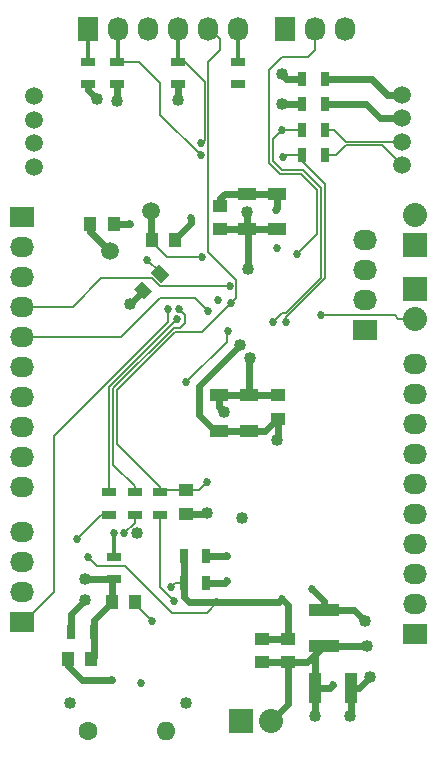
<source format=gbr>
G04 #@! TF.FileFunction,Copper,L4,Bot,Signal*
%FSLAX46Y46*%
G04 Gerber Fmt 4.6, Leading zero omitted, Abs format (unit mm)*
G04 Created by KiCad (PCBNEW 4.0.0-2.201512072331+6194~38~ubuntu14.04.1-stable) date Mon 28 Dec 2015 11:05:04 AM CET*
%MOMM*%
G01*
G04 APERTURE LIST*
%ADD10C,0.100000*%
%ADD11R,1.250000X1.000000*%
%ADD12R,1.600000X1.000000*%
%ADD13R,1.000000X1.250000*%
%ADD14R,2.500000X1.000000*%
%ADD15R,1.000000X2.500000*%
%ADD16R,2.032000X1.727200*%
%ADD17O,2.032000X1.727200*%
%ADD18R,2.032000X2.032000*%
%ADD19O,2.032000X2.032000*%
%ADD20R,1.727200X2.032000*%
%ADD21O,1.727200X2.032000*%
%ADD22C,1.500000*%
%ADD23C,1.600000*%
%ADD24O,1.600000X1.600000*%
%ADD25R,1.300000X0.700000*%
%ADD26R,0.700000X1.300000*%
%ADD27C,1.501140*%
%ADD28C,0.685800*%
%ADD29C,1.016000*%
%ADD30C,0.152400*%
%ADD31C,0.609600*%
%ADD32C,0.304800*%
G04 APERTURE END LIST*
D10*
D11*
X100351790Y-111714023D03*
X100351790Y-109714023D03*
D12*
X97938790Y-112722024D03*
X97938790Y-109722024D03*
X95398790Y-112722023D03*
X95398790Y-109722023D03*
D10*
G36*
X90280719Y-98624198D02*
X91164602Y-99508081D01*
X90457495Y-100215188D01*
X89573612Y-99331305D01*
X90280719Y-98624198D01*
X90280719Y-98624198D01*
G37*
G36*
X88866505Y-100038412D02*
X89750388Y-100922295D01*
X89043281Y-101629402D01*
X88159398Y-100745519D01*
X88866505Y-100038412D01*
X88866505Y-100038412D01*
G37*
D13*
X89678000Y-96570800D03*
X91678000Y-96570800D03*
X84471000Y-95173800D03*
X86471000Y-95173800D03*
D11*
X92583000Y-117745000D03*
X92583000Y-119745000D03*
D13*
X82566000Y-132080000D03*
X84566000Y-132080000D03*
D11*
X101219000Y-130318000D03*
X101219000Y-132318000D03*
X99060000Y-130318000D03*
X99060000Y-132318000D03*
D13*
X88299800Y-127177800D03*
X86299800Y-127177800D03*
D14*
X104267000Y-127913000D03*
X104267000Y-130913000D03*
D15*
X106529000Y-134493000D03*
X103529000Y-134493000D03*
D16*
X112014000Y-129921000D03*
D17*
X112014000Y-127381000D03*
X112014000Y-124841000D03*
X112014000Y-122301000D03*
X112014000Y-119761000D03*
X112014000Y-117221000D03*
X112014000Y-114681000D03*
X112014000Y-112141000D03*
X112014000Y-109601000D03*
X112014000Y-107061000D03*
D16*
X78740000Y-94615000D03*
D17*
X78740000Y-97155000D03*
X78740000Y-99695000D03*
X78740000Y-102235000D03*
X78740000Y-104775000D03*
X78740000Y-107315000D03*
X78740000Y-109855000D03*
X78740000Y-112395000D03*
X78740000Y-114935000D03*
X78740000Y-117475000D03*
D16*
X107746800Y-104165400D03*
D17*
X107746800Y-101625400D03*
X107746800Y-99085400D03*
X107746800Y-96545400D03*
D18*
X112014000Y-100711000D03*
D19*
X112014000Y-103251000D03*
D16*
X78740000Y-128905000D03*
D17*
X78740000Y-126365000D03*
X78740000Y-123825000D03*
X78740000Y-121285000D03*
D18*
X112014000Y-97028000D03*
D19*
X112014000Y-94488000D03*
D20*
X84328000Y-78740000D03*
D21*
X86868000Y-78740000D03*
X89408000Y-78740000D03*
X91948000Y-78740000D03*
X94488000Y-78740000D03*
X97028000Y-78740000D03*
D22*
X79756000Y-84378000D03*
X79756000Y-86378000D03*
X79756000Y-88378000D03*
X79756000Y-90378000D03*
X110871000Y-90247000D03*
X110871000Y-88247000D03*
X110871000Y-86247000D03*
X110871000Y-84247000D03*
D20*
X100965000Y-78740000D03*
D21*
X103505000Y-78740000D03*
X106045000Y-78740000D03*
D23*
X84330000Y-138176000D03*
D24*
X90930000Y-138176000D03*
D18*
X97282000Y-137287000D03*
D19*
X99822000Y-137287000D03*
D25*
X91948000Y-81473000D03*
X91948000Y-83373000D03*
X86741000Y-83373000D03*
X86741000Y-81473000D03*
X84328000Y-81473000D03*
X84328000Y-83373000D03*
X97028000Y-83373000D03*
X97028000Y-81473000D03*
X90424000Y-119822000D03*
X90424000Y-117922000D03*
X88265000Y-117922000D03*
X88265000Y-119822000D03*
X86106000Y-117922000D03*
X86106000Y-119822000D03*
X86487000Y-125283000D03*
X86487000Y-123383000D03*
D26*
X84770000Y-129794000D03*
X82870000Y-129794000D03*
X92395000Y-123317000D03*
X94295000Y-123317000D03*
X92395000Y-125603000D03*
X94295000Y-125603000D03*
D27*
X89610005Y-94082795D03*
X86157995Y-97534805D03*
D11*
X95504000Y-93665800D03*
X95504000Y-95665800D03*
D26*
X104328000Y-82931000D03*
X102428000Y-82931000D03*
X104328000Y-85090000D03*
X102428000Y-85090000D03*
X104328000Y-87249000D03*
X102428000Y-87249000D03*
X104328000Y-89408000D03*
X102428000Y-89408000D03*
D12*
X97790000Y-92657800D03*
X97790000Y-95657800D03*
X100330000Y-92657800D03*
X100330000Y-95657800D03*
D28*
X89281000Y-98221800D03*
D29*
X88455500Y-121412000D03*
X107886500Y-130937000D03*
X92583000Y-135763000D03*
X82740500Y-135763000D03*
X97345500Y-120078500D03*
X94361000Y-119697500D03*
X84074000Y-125285500D03*
X86741000Y-84772500D03*
X103505000Y-136906000D03*
X87820500Y-101981000D03*
X100330000Y-113474500D03*
X97155000Y-105473500D03*
D28*
X95275400Y-101676200D03*
X100330000Y-97205800D03*
D29*
X100711000Y-82550000D03*
D28*
X105003600Y-134264400D03*
X100177600Y-94005400D03*
X92979107Y-94672303D03*
X87884000Y-95173800D03*
X88773000Y-134112000D03*
X93929200Y-98018600D03*
X96418400Y-101879400D03*
X94361000Y-117094000D03*
X86360000Y-133858000D03*
X89687400Y-128803400D03*
D29*
X107759500Y-128841500D03*
D28*
X103251000Y-126111000D03*
D29*
X85090000Y-84645500D03*
X91948000Y-84709000D03*
X108204000Y-133540500D03*
X106489500Y-136906000D03*
X95821500Y-111125000D03*
X97790000Y-94170500D03*
X97853500Y-99060000D03*
X98044000Y-106553000D03*
X100711000Y-85090000D03*
D28*
X96037400Y-123317000D03*
X96062800Y-125450600D03*
X96291400Y-100431600D03*
X91105819Y-102429532D03*
X96113600Y-104267000D03*
X92583000Y-108585000D03*
X93853000Y-89408000D03*
X93853000Y-88392000D03*
X99949000Y-103505000D03*
X100711000Y-87249000D03*
X101092000Y-103505000D03*
X100838000Y-89535000D03*
X101981000Y-97790000D03*
X91567000Y-127127000D03*
X92005848Y-102429532D03*
X87376000Y-121412000D03*
X91866663Y-103256107D03*
X83375500Y-121856500D03*
X86487000Y-121412000D03*
D29*
X84074000Y-127063500D03*
D28*
X84251800Y-123444000D03*
X100711000Y-127000000D03*
X91313000Y-125984000D03*
X95250000Y-127254000D03*
X103987600Y-102946200D03*
X94488000Y-102616000D03*
D30*
X89281000Y-98221800D02*
X90369107Y-99309907D01*
X90369107Y-99309907D02*
X90369107Y-99419693D01*
D31*
X84770000Y-129794000D02*
X84770000Y-128707600D01*
X84770000Y-128707600D02*
X86299800Y-127177800D01*
X104267000Y-130913000D02*
X107862500Y-130913000D01*
X107862500Y-130913000D02*
X107886500Y-130937000D01*
X101219000Y-132318000D02*
X101219000Y-135890000D01*
X101219000Y-135890000D02*
X99822000Y-137287000D01*
X92583000Y-119745000D02*
X94313500Y-119745000D01*
X94313500Y-119745000D02*
X94361000Y-119697500D01*
X86487000Y-125283000D02*
X84076500Y-125283000D01*
X84076500Y-125283000D02*
X84074000Y-125285500D01*
X86741000Y-83373000D02*
X86741000Y-84772500D01*
X103529000Y-134493000D02*
X103529000Y-136882000D01*
X103529000Y-136882000D02*
X103505000Y-136906000D01*
X88954893Y-100833907D02*
X88954893Y-100846607D01*
X88954893Y-100846607D02*
X87820500Y-101981000D01*
X100351790Y-111714023D02*
X100351790Y-113452710D01*
X100351790Y-113452710D02*
X100330000Y-113474500D01*
X93726000Y-111379000D02*
X95069023Y-112722023D01*
X93726000Y-108902500D02*
X93726000Y-111379000D01*
X97155000Y-105473500D02*
X93726000Y-108902500D01*
X95069023Y-112722023D02*
X95398790Y-112722023D01*
X102428000Y-82931000D02*
X101092000Y-82931000D01*
X101092000Y-82931000D02*
X100711000Y-82550000D01*
X103529000Y-134493000D02*
X103529000Y-131651000D01*
X103529000Y-131651000D02*
X104267000Y-130913000D01*
X104775000Y-134493000D02*
X103529000Y-134493000D01*
X105003600Y-134264400D02*
X104775000Y-134493000D01*
X101219000Y-132318000D02*
X102862000Y-132318000D01*
X102862000Y-132318000D02*
X104267000Y-130913000D01*
X86299800Y-127177800D02*
X86299800Y-125470200D01*
X86299800Y-125470200D02*
X86487000Y-125283000D01*
D30*
X95398790Y-112722023D02*
X94764223Y-112722023D01*
D31*
X97938790Y-112722024D02*
X95398791Y-112722024D01*
X95398791Y-112722024D02*
X95398790Y-112722023D01*
X100351790Y-111714023D02*
X100274377Y-111714023D01*
X100274377Y-111714023D02*
X99266376Y-112722024D01*
X99266376Y-112722024D02*
X97938790Y-112722024D01*
X100330000Y-92657800D02*
X100330000Y-93853000D01*
X100330000Y-93853000D02*
X100177600Y-94005400D01*
X92979107Y-95144693D02*
X92979107Y-94672303D01*
X91678000Y-96570800D02*
X91678000Y-96445800D01*
X91678000Y-96445800D02*
X92979107Y-95144693D01*
X104267000Y-130913000D02*
X104267000Y-130937000D01*
X99060000Y-132318000D02*
X101219000Y-132318000D01*
X97790000Y-92657800D02*
X100330000Y-92657800D01*
X95504000Y-93665800D02*
X95504000Y-93014800D01*
X95861000Y-92657800D02*
X97790000Y-92657800D01*
X95504000Y-93014800D02*
X95861000Y-92657800D01*
X86471000Y-95173800D02*
X87884000Y-95173800D01*
X84770000Y-129794000D02*
X84770000Y-131876000D01*
X84770000Y-131876000D02*
X84566000Y-132080000D01*
D30*
X89678000Y-96570800D02*
X89678000Y-96695800D01*
X89678000Y-96695800D02*
X91000800Y-98018600D01*
X91000800Y-98018600D02*
X93929200Y-98018600D01*
D31*
X89610005Y-94082795D02*
X89610005Y-96502805D01*
X89610005Y-96502805D02*
X89678000Y-96570800D01*
X84471000Y-95173800D02*
X84471000Y-95847810D01*
X84471000Y-95847810D02*
X86157995Y-97534805D01*
D30*
X94488000Y-81528079D02*
X94488000Y-97594514D01*
X95504000Y-80512079D02*
X94488000Y-81528079D01*
X94488000Y-78359000D02*
X94488000Y-78511400D01*
X96862902Y-99969416D02*
X96862902Y-101434898D01*
X96862902Y-101434898D02*
X96761299Y-101536501D01*
X94488000Y-78511400D02*
X95504000Y-79527400D01*
X94488000Y-97594514D02*
X96862902Y-99969416D01*
X95504000Y-79527400D02*
X95504000Y-80512079D01*
X96761299Y-101536501D02*
X96418400Y-101879400D01*
X90424000Y-117922000D02*
X90424000Y-117500400D01*
X93929200Y-104368600D02*
X96418400Y-101879400D01*
X91643200Y-104368600D02*
X93929200Y-104368600D01*
X86766400Y-109245400D02*
X91643200Y-104368600D01*
X86766400Y-113842800D02*
X86766400Y-109245400D01*
X90424000Y-117500400D02*
X86766400Y-113842800D01*
X92583000Y-117745000D02*
X92458000Y-117745000D01*
X90424000Y-117922000D02*
X90424000Y-117729000D01*
X92583000Y-117745000D02*
X90601000Y-117745000D01*
X90601000Y-117745000D02*
X90424000Y-117922000D01*
X92583000Y-117745000D02*
X93710000Y-117745000D01*
X93710000Y-117745000D02*
X94361000Y-117094000D01*
D31*
X82566000Y-132080000D02*
X82566000Y-132604000D01*
X82566000Y-132604000D02*
X83820000Y-133858000D01*
X83820000Y-133858000D02*
X86360000Y-133858000D01*
D30*
X88299800Y-127177800D02*
X88299800Y-127415800D01*
X88299800Y-127415800D02*
X89687400Y-128803400D01*
D31*
X104267000Y-127913000D02*
X106831000Y-127913000D01*
X106831000Y-127913000D02*
X107759500Y-128841500D01*
X104267000Y-127127000D02*
X104267000Y-127913000D01*
X103251000Y-126111000D02*
X104267000Y-127127000D01*
X84328000Y-83373000D02*
X84328000Y-83883500D01*
X84328000Y-83883500D02*
X85090000Y-84645500D01*
X91948000Y-83373000D02*
X91948000Y-84709000D01*
X107251500Y-134493000D02*
X108204000Y-133540500D01*
X106529000Y-134493000D02*
X107251500Y-134493000D01*
X106529000Y-134493000D02*
X106529000Y-136866500D01*
X106529000Y-136866500D02*
X106489500Y-136906000D01*
X95398790Y-109722023D02*
X95398790Y-110702290D01*
X95398790Y-110702290D02*
X95821500Y-111125000D01*
X97790000Y-94170500D02*
X97790000Y-95657800D01*
X97853500Y-99060000D02*
X97853500Y-95721300D01*
X97853500Y-95721300D02*
X97790000Y-95657800D01*
X97938790Y-106658210D02*
X97938790Y-109722024D01*
X98044000Y-106553000D02*
X97938790Y-106658210D01*
X102428000Y-85090000D02*
X100711000Y-85090000D01*
D32*
X97891600Y-109674834D02*
X97938790Y-109722024D01*
X97663000Y-95784800D02*
X97790000Y-95657800D01*
D31*
X97938790Y-109722024D02*
X95398791Y-109722024D01*
X95398791Y-109722024D02*
X95398790Y-109722023D01*
X100351790Y-109714023D02*
X97946791Y-109714023D01*
X97946791Y-109714023D02*
X97938790Y-109722024D01*
X97946789Y-109714023D02*
X97938790Y-109722023D01*
X97790000Y-95657800D02*
X100330000Y-95657800D01*
X95504000Y-95665800D02*
X97782000Y-95665800D01*
X97782000Y-95665800D02*
X97790000Y-95657800D01*
X96037400Y-123317000D02*
X94295000Y-123317000D01*
X95910400Y-125603000D02*
X94295000Y-125603000D01*
X96062800Y-125450600D02*
X95910400Y-125603000D01*
D30*
X112014000Y-129921000D02*
X111379000Y-129921000D01*
X112014000Y-127381000D02*
X111912400Y-127381000D01*
X112014000Y-122301000D02*
X111861600Y-122301000D01*
X82981800Y-102235000D02*
X85406998Y-99809802D01*
X90362800Y-100443798D02*
X96279202Y-100443798D01*
X85406998Y-99809802D02*
X89728804Y-99809802D01*
X89728804Y-99809802D02*
X90362800Y-100443798D01*
X96279202Y-100443798D02*
X96291400Y-100431600D01*
X78740000Y-102235000D02*
X82981800Y-102235000D01*
X91105819Y-103483581D02*
X91105819Y-102914465D01*
X81432400Y-113157000D02*
X91105819Y-103483581D01*
X78740000Y-128905000D02*
X78892400Y-128905000D01*
X91105819Y-102914465D02*
X91105819Y-102429532D01*
X81432400Y-126365000D02*
X81432400Y-113157000D01*
X78892400Y-128905000D02*
X81432400Y-126365000D01*
X96037400Y-105181400D02*
X96037400Y-104343200D01*
X96037400Y-104343200D02*
X96113600Y-104267000D01*
X92583000Y-108585000D02*
X96037400Y-105181400D01*
D32*
X84328000Y-78740000D02*
X84328000Y-81473000D01*
D30*
X86741000Y-81473000D02*
X88585000Y-81473000D01*
X88585000Y-81473000D02*
X90424000Y-83312000D01*
X90424000Y-83312000D02*
X90424000Y-85979000D01*
X90424000Y-85979000D02*
X93853000Y-89408000D01*
D32*
X86868000Y-78740000D02*
X86868000Y-81346000D01*
X86868000Y-81346000D02*
X86741000Y-81473000D01*
D30*
X92471198Y-81473000D02*
X94183198Y-83185000D01*
X94183198Y-83185000D02*
X94183198Y-88061802D01*
X94183198Y-88061802D02*
X93853000Y-88392000D01*
X91948000Y-81473000D02*
X92471198Y-81473000D01*
D32*
X91948000Y-78740000D02*
X91948000Y-81473000D01*
X97028000Y-78740000D02*
X97028000Y-81473000D01*
D30*
X97028000Y-78359000D02*
X97028000Y-81092000D01*
X100711000Y-87249000D02*
X99949000Y-88011000D01*
X100711000Y-102743000D02*
X99949000Y-103505000D01*
X101041944Y-102743000D02*
X100711000Y-102743000D01*
X104013000Y-99771944D02*
X101041944Y-102743000D01*
X104013000Y-92202000D02*
X104013000Y-99771944D01*
X102489000Y-90678000D02*
X104013000Y-92202000D01*
X100711000Y-90678000D02*
X102489000Y-90678000D01*
X99949000Y-89916000D02*
X100711000Y-90678000D01*
X99949000Y-88011000D02*
X99949000Y-89916000D01*
X100711000Y-87249000D02*
X102428000Y-87249000D01*
X79883000Y-88505000D02*
X79897000Y-88505000D01*
X102428000Y-89408000D02*
X102428000Y-89855000D01*
X102428000Y-89855000D02*
X104394000Y-91821000D01*
X101092000Y-103124000D02*
X101092000Y-103505000D01*
X104394000Y-99822000D02*
X101092000Y-103124000D01*
X104394000Y-91821000D02*
X104394000Y-99822000D01*
X100965000Y-89408000D02*
X102428000Y-89408000D01*
X100838000Y-89535000D02*
X100965000Y-89408000D01*
X79883000Y-90505000D02*
X80183000Y-90505000D01*
X103505000Y-78740000D02*
X103505000Y-80518000D01*
X103695500Y-96075500D02*
X101981000Y-97790000D01*
X103695500Y-92315556D02*
X103695500Y-96075500D01*
X102362746Y-90982802D02*
X103695500Y-92315556D01*
X100584746Y-90982802D02*
X102362746Y-90982802D01*
X99631500Y-90029556D02*
X100584746Y-90982802D01*
X99631500Y-82169000D02*
X99631500Y-90029556D01*
X100711000Y-81089500D02*
X99631500Y-82169000D01*
X102933500Y-81089500D02*
X100711000Y-81089500D01*
X103505000Y-80518000D02*
X102933500Y-81089500D01*
X103503540Y-78741460D02*
X103505000Y-78740000D01*
X90424000Y-119822000D02*
X90424000Y-125984000D01*
X90424000Y-125984000D02*
X91567000Y-127127000D01*
X88265000Y-117419600D02*
X86436200Y-115590800D01*
X92049600Y-104013000D02*
X92506800Y-103555800D01*
X92348747Y-102772431D02*
X92005848Y-102429532D01*
X86436200Y-109118400D02*
X91541600Y-104013000D01*
X88265000Y-117922000D02*
X88265000Y-117419600D01*
X92506800Y-102930484D02*
X92348747Y-102772431D01*
X86436200Y-115590800D02*
X86436200Y-109118400D01*
X92506800Y-103555800D02*
X92506800Y-102930484D01*
X91541600Y-104013000D02*
X92049600Y-104013000D01*
X88265000Y-117922000D02*
X87950000Y-117922000D01*
X88265000Y-119822000D02*
X88265000Y-120523000D01*
X88265000Y-120523000D02*
X87376000Y-121412000D01*
X86106000Y-109016770D02*
X91866663Y-103256107D01*
X86106000Y-117922000D02*
X86106000Y-109016770D01*
X85410000Y-119822000D02*
X86106000Y-119822000D01*
X83375500Y-121856500D02*
X85410000Y-119822000D01*
X86106000Y-119822000D02*
X85537000Y-119822000D01*
D32*
X86487000Y-123383000D02*
X86487000Y-121412000D01*
D31*
X82870000Y-129794000D02*
X82870000Y-128267500D01*
X82870000Y-128267500D02*
X84074000Y-127063500D01*
D30*
X94335600Y-128168400D02*
X95250000Y-127254000D01*
X91363800Y-128168400D02*
X94335600Y-128168400D01*
X87401400Y-124206000D02*
X91363800Y-128168400D01*
X85013800Y-124206000D02*
X87401400Y-124206000D01*
X84251800Y-123444000D02*
X85013800Y-124206000D01*
D31*
X95250000Y-127254000D02*
X100457000Y-127254000D01*
X100457000Y-127254000D02*
X100711000Y-127000000D01*
X101219000Y-130318000D02*
X101219000Y-127508000D01*
X101219000Y-127508000D02*
X100711000Y-127000000D01*
X99060000Y-130318000D02*
X101219000Y-130318000D01*
D30*
X92395000Y-125603000D02*
X91694000Y-125603000D01*
X91694000Y-125603000D02*
X91313000Y-125984000D01*
D31*
X92395000Y-125603000D02*
X92395000Y-126812000D01*
X92837000Y-127254000D02*
X95250000Y-127254000D01*
X92395000Y-126812000D02*
X92837000Y-127254000D01*
X92395000Y-123317000D02*
X92395000Y-125603000D01*
D30*
X104328000Y-89408000D02*
X105315802Y-89408000D01*
X109175802Y-88551802D02*
X110871000Y-90247000D01*
X106172000Y-88551802D02*
X109175802Y-88551802D01*
X105315802Y-89408000D02*
X106172000Y-88551802D01*
X104328000Y-87249000D02*
X105156000Y-87249000D01*
X106154000Y-88247000D02*
X110871000Y-88247000D01*
X105156000Y-87249000D02*
X106154000Y-88247000D01*
D31*
X110871000Y-86247000D02*
X108980000Y-86247000D01*
X107823000Y-85090000D02*
X104328000Y-85090000D01*
X108980000Y-86247000D02*
X107823000Y-85090000D01*
X110871000Y-84247000D02*
X109647000Y-84247000D01*
X108331000Y-82931000D02*
X104328000Y-82931000D01*
X109647000Y-84247000D02*
X108331000Y-82931000D01*
D30*
X112014000Y-103251000D02*
X110577160Y-103251000D01*
X110577160Y-103251000D02*
X110272360Y-102946200D01*
X110272360Y-102946200D02*
X103987600Y-102946200D01*
X78740000Y-104775000D02*
X87122000Y-104775000D01*
X93345000Y-101473000D02*
X94488000Y-102616000D01*
X90424000Y-101473000D02*
X93345000Y-101473000D01*
X87122000Y-104775000D02*
X90424000Y-101473000D01*
M02*

</source>
